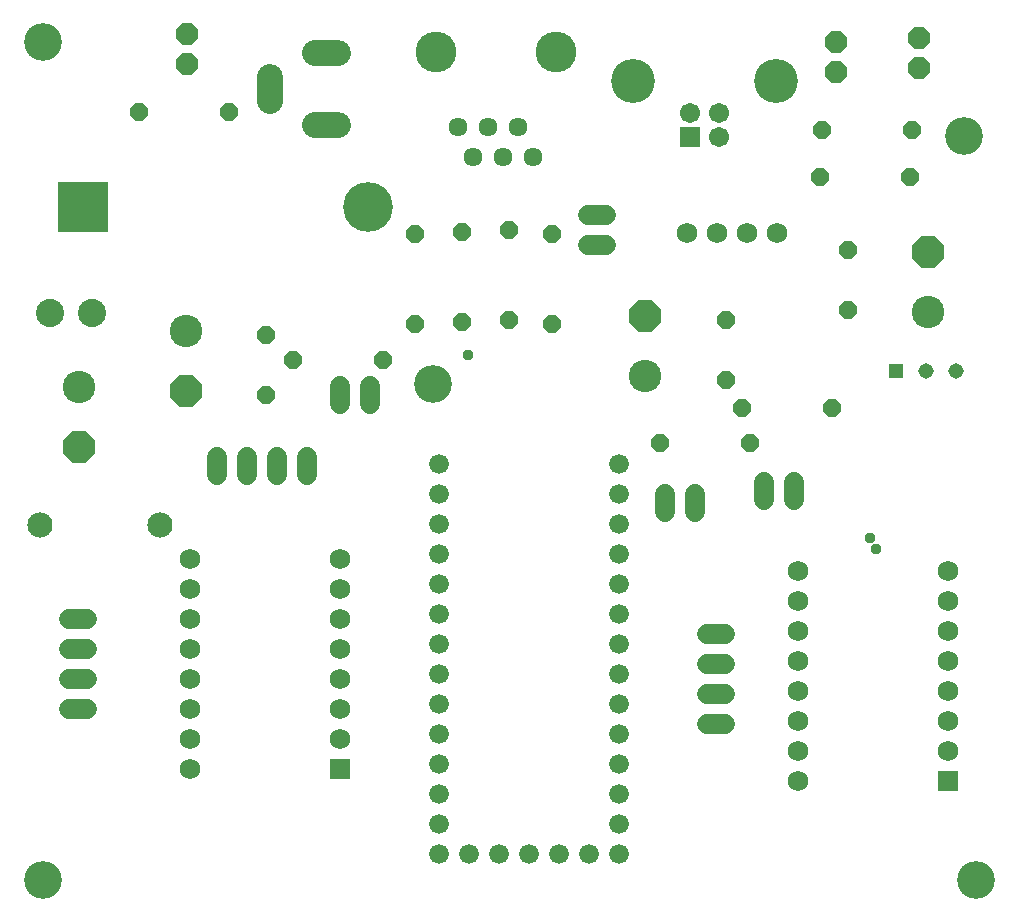
<source format=gbr>
G04 EAGLE Gerber RS-274X export*
G75*
%MOMM*%
%FSLAX34Y34*%
%LPD*%
%INSoldermask Bottom*%
%IPPOS*%
%AMOC8*
5,1,8,0,0,1.08239X$1,22.5*%
G01*
%ADD10C,3.203200*%
%ADD11C,1.727200*%
%ADD12P,1.649562X8X292.500000*%
%ADD13C,2.743200*%
%ADD14P,2.969212X8X292.500000*%
%ADD15P,1.649562X8X112.500000*%
%ADD16P,2.969212X8X112.500000*%
%ADD17C,2.133600*%
%ADD18R,4.219200X4.219200*%
%ADD19C,4.219200*%
%ADD20C,1.611200*%
%ADD21C,3.454400*%
%ADD22P,2.034460X8X112.500000*%
%ADD23P,1.649562X8X202.500000*%
%ADD24P,1.649562X8X22.500000*%
%ADD25C,2.387600*%
%ADD26C,1.676400*%
%ADD27R,1.733200X1.733200*%
%ADD28C,1.733200*%
%ADD29C,3.719200*%
%ADD30C,1.711200*%
%ADD31R,1.711200X1.711200*%
%ADD32C,1.727200*%
%ADD33C,2.203200*%
%ADD34C,1.311200*%
%ADD35R,1.311200X1.311200*%
%ADD36C,0.959600*%


D10*
X30000Y30000D03*
X820000Y30000D03*
X810000Y660000D03*
X30000Y740000D03*
X360000Y450000D03*
D11*
X306400Y448320D02*
X306400Y433080D01*
X281000Y433080D02*
X281000Y448320D01*
X640100Y366920D02*
X640100Y351680D01*
X665500Y351680D02*
X665500Y366920D01*
D12*
X218500Y491500D03*
X218500Y440700D03*
D13*
X150700Y494800D03*
D14*
X150700Y444000D03*
D15*
X711500Y512300D03*
X711500Y563100D03*
D13*
X779300Y510900D03*
D16*
X779300Y561700D03*
D12*
X608500Y503900D03*
X608500Y453100D03*
D13*
X539300Y456600D03*
D16*
X539300Y507400D03*
D13*
X60700Y447700D03*
D14*
X60700Y396900D03*
D17*
X26900Y330400D03*
X128500Y330400D03*
D18*
X63300Y599500D03*
D19*
X304600Y599500D03*
D20*
X406750Y667600D03*
X419450Y642200D03*
X432150Y667600D03*
X394050Y642200D03*
X444850Y642200D03*
X381350Y667600D03*
D21*
X463900Y731100D03*
X362300Y731100D03*
D11*
X491680Y592900D02*
X506920Y592900D01*
X506920Y567500D02*
X491680Y567500D01*
D22*
X151500Y721400D03*
X151500Y746800D03*
X701500Y714400D03*
X701500Y739800D03*
X771500Y717400D03*
X771500Y742800D03*
D11*
X556600Y356920D02*
X556600Y341680D01*
X582000Y341680D02*
X582000Y356920D01*
D23*
X187700Y680700D03*
X111500Y680700D03*
D15*
X460700Y500700D03*
X460700Y576900D03*
X424500Y504100D03*
X424500Y580300D03*
X384500Y502500D03*
X384500Y578700D03*
X344500Y500900D03*
X344500Y577100D03*
D24*
X689300Y665500D03*
X765500Y665500D03*
X687700Y625500D03*
X763900Y625500D03*
D25*
X35900Y509800D03*
X70900Y509800D03*
D26*
X364800Y331800D03*
X364800Y306400D03*
X364800Y281000D03*
X364800Y255600D03*
X364800Y230200D03*
X364800Y204800D03*
X364800Y179400D03*
X364800Y154000D03*
X364800Y128600D03*
X364800Y103200D03*
X364800Y77800D03*
X364800Y52400D03*
X517200Y52400D03*
X517200Y77800D03*
X517200Y103200D03*
X517200Y128600D03*
X517200Y154000D03*
X517200Y179400D03*
X517200Y204800D03*
X517200Y230200D03*
X517200Y255600D03*
X517200Y281000D03*
X517200Y306400D03*
X364800Y357200D03*
X517200Y331800D03*
X364800Y382600D03*
X517200Y382600D03*
X517200Y357200D03*
X491800Y52400D03*
X466400Y52400D03*
X441000Y52400D03*
X415600Y52400D03*
X390200Y52400D03*
D27*
X796400Y114100D03*
D28*
X796400Y139500D03*
X796400Y164900D03*
X796400Y190300D03*
X796400Y215700D03*
X796400Y241100D03*
X796400Y266500D03*
X796400Y291900D03*
X669400Y291900D03*
X669400Y266500D03*
X669400Y241100D03*
X669400Y215700D03*
X669400Y190300D03*
X669400Y164900D03*
X669400Y139500D03*
X669400Y114100D03*
D27*
X281500Y124100D03*
D28*
X281500Y149500D03*
X281500Y174900D03*
X281500Y200300D03*
X281500Y225700D03*
X281500Y251100D03*
X281500Y276500D03*
X281500Y301900D03*
X154500Y301900D03*
X154500Y276500D03*
X154500Y251100D03*
X154500Y225700D03*
X154500Y200300D03*
X154500Y174900D03*
X154500Y149500D03*
X154500Y124100D03*
D29*
X650400Y706300D03*
X529400Y706300D03*
D30*
X602400Y679300D03*
X577400Y679300D03*
X602400Y659300D03*
D31*
X577400Y659300D03*
D32*
X626100Y578000D03*
X600700Y578000D03*
X575300Y578000D03*
X651500Y578000D03*
D11*
X607220Y187800D02*
X591980Y187800D01*
X591980Y213200D02*
X607220Y213200D01*
X607220Y238600D02*
X591980Y238600D01*
X591980Y162400D02*
X607220Y162400D01*
X67220Y200200D02*
X51980Y200200D01*
X51980Y225600D02*
X67220Y225600D01*
X67220Y251000D02*
X51980Y251000D01*
X51980Y174800D02*
X67220Y174800D01*
X202600Y372780D02*
X202600Y388020D01*
X228000Y388020D02*
X228000Y372780D01*
X253400Y372780D02*
X253400Y388020D01*
X177200Y388020D02*
X177200Y372780D01*
D33*
X260000Y669000D02*
X280000Y669000D01*
X280000Y730000D02*
X260000Y730000D01*
X222000Y710000D02*
X222000Y690000D01*
D34*
X777150Y460800D03*
X802550Y460800D03*
D35*
X751750Y460800D03*
D23*
X628100Y400000D03*
X551900Y400000D03*
D24*
X241900Y470000D03*
X318100Y470000D03*
D23*
X698100Y430000D03*
X621900Y430000D03*
D36*
X735000Y310000D03*
X730000Y320000D03*
X390000Y475000D03*
M02*

</source>
